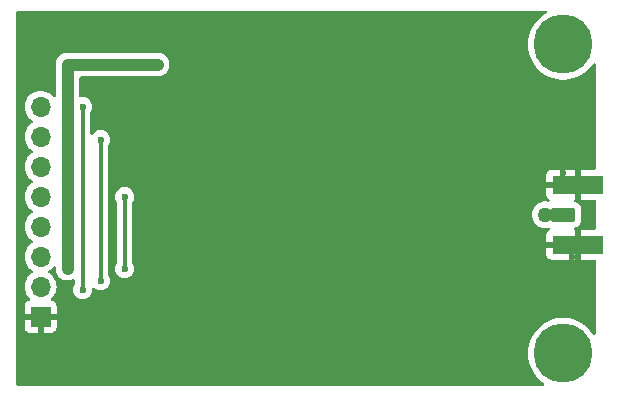
<source format=gbr>
%TF.GenerationSoftware,KiCad,Pcbnew,8.0.2*%
%TF.CreationDate,2024-06-12T11:30:57+02:00*%
%TF.ProjectId,e07-900m10s-breakout,6530372d-3930-4306-9d31-30732d627265,rev?*%
%TF.SameCoordinates,Original*%
%TF.FileFunction,Copper,L2,Bot*%
%TF.FilePolarity,Positive*%
%FSLAX46Y46*%
G04 Gerber Fmt 4.6, Leading zero omitted, Abs format (unit mm)*
G04 Created by KiCad (PCBNEW 8.0.2) date 2024-06-12 11:30:57*
%MOMM*%
%LPD*%
G01*
G04 APERTURE LIST*
G04 Aperture macros list*
%AMRoundRect*
0 Rectangle with rounded corners*
0 $1 Rounding radius*
0 $2 $3 $4 $5 $6 $7 $8 $9 X,Y pos of 4 corners*
0 Add a 4 corners polygon primitive as box body*
4,1,4,$2,$3,$4,$5,$6,$7,$8,$9,$2,$3,0*
0 Add four circle primitives for the rounded corners*
1,1,$1+$1,$2,$3*
1,1,$1+$1,$4,$5*
1,1,$1+$1,$6,$7*
1,1,$1+$1,$8,$9*
0 Add four rect primitives between the rounded corners*
20,1,$1+$1,$2,$3,$4,$5,0*
20,1,$1+$1,$4,$5,$6,$7,0*
20,1,$1+$1,$6,$7,$8,$9,0*
20,1,$1+$1,$8,$9,$2,$3,0*%
G04 Aperture macros list end*
%TA.AperFunction,ComponentPad*%
%ADD10C,0.800000*%
%TD*%
%TA.AperFunction,ComponentPad*%
%ADD11C,5.000000*%
%TD*%
%TA.AperFunction,SMDPad,CuDef*%
%ADD12RoundRect,0.057150X-0.958850X-0.514350X0.958850X-0.514350X0.958850X0.514350X-0.958850X0.514350X0*%
%TD*%
%TA.AperFunction,ComponentPad*%
%ADD13C,1.270000*%
%TD*%
%TA.AperFunction,SMDPad,CuDef*%
%ADD14R,4.318000X1.524000*%
%TD*%
%TA.AperFunction,ComponentPad*%
%ADD15R,1.700000X1.700000*%
%TD*%
%TA.AperFunction,ComponentPad*%
%ADD16O,1.700000X1.700000*%
%TD*%
%TA.AperFunction,ViaPad*%
%ADD17C,0.600000*%
%TD*%
%TA.AperFunction,Conductor*%
%ADD18C,1.000000*%
%TD*%
%TA.AperFunction,Conductor*%
%ADD19C,0.300000*%
%TD*%
G04 APERTURE END LIST*
D10*
%TO.P,H3,1*%
%TO.N,N/C*%
X153120825Y-76763825D03*
X153670000Y-75438000D03*
X153670000Y-78089650D03*
X154995825Y-74888825D03*
D11*
X154995825Y-76763825D03*
D10*
X154995825Y-78638825D03*
X156321650Y-75438000D03*
X156321650Y-78089650D03*
X156870825Y-76763825D03*
%TD*%
%TO.P,H4,1*%
%TO.N,N/C*%
X153120825Y-50601825D03*
X153670000Y-49276000D03*
X153670000Y-51927650D03*
X154995825Y-48726825D03*
D11*
X154995825Y-50601825D03*
D10*
X154995825Y-52476825D03*
X156321650Y-49276000D03*
X156321650Y-51927650D03*
X156870825Y-50601825D03*
%TD*%
D12*
%TO.P,J$1,ANT0,ANT*%
%TO.N,/ANTENNA*%
X154970750Y-65024000D03*
D13*
%TO.P,J$1,ANT2,ANT*%
X153479500Y-65024000D03*
D14*
%TO.P,J$1,GND5,GND*%
%TO.N,GND*%
X156210000Y-62484000D03*
%TO.P,J$1,GND6,GND*%
X156210000Y-67564000D03*
%TD*%
D15*
%TO.P,J1,1,Pin_1*%
%TO.N,GND*%
X110744000Y-73660000D03*
D16*
%TO.P,J1,2,Pin_2*%
%TO.N,3V3*%
X110744000Y-71120000D03*
%TO.P,J1,3,Pin_3*%
%TO.N,/MOSI*%
X110744000Y-68580000D03*
%TO.P,J1,4,Pin_4*%
%TO.N,/SCLK*%
X110744000Y-66040000D03*
%TO.P,J1,5,Pin_5*%
%TO.N,/MISO*%
X110744000Y-63500000D03*
%TO.P,J1,6,Pin_6*%
%TO.N,/CSN*%
X110744000Y-60960000D03*
%TO.P,J1,7,Pin_7*%
%TO.N,/GDO0*%
X110744000Y-58420000D03*
%TO.P,J1,8,Pin_8*%
%TO.N,/GDO2*%
X110744000Y-55880000D03*
%TD*%
D17*
%TO.N,GND*%
X129794000Y-78486000D03*
X150368000Y-72390000D03*
X154178000Y-70104000D03*
X156210000Y-72136000D03*
X144526000Y-64262000D03*
X144526000Y-74422000D03*
X155702000Y-68580000D03*
X152654000Y-71628000D03*
X146304000Y-62992000D03*
X151638000Y-58674000D03*
X131826000Y-74676000D03*
X154940000Y-61468000D03*
X146304000Y-65532000D03*
X144526000Y-69596000D03*
X110998000Y-77216000D03*
X150622000Y-76200000D03*
X144526000Y-66802000D03*
X147828000Y-55626000D03*
X144526000Y-61468000D03*
X153416000Y-59944000D03*
X146304000Y-68326000D03*
X139192000Y-55118000D03*
X150368000Y-58674000D03*
X146304000Y-70866000D03*
X146304000Y-60198000D03*
X155702000Y-57912000D03*
X151638000Y-56134000D03*
X144272000Y-55626000D03*
X120142000Y-78486000D03*
X145542000Y-77724000D03*
X131826000Y-55118000D03*
%TO.N,3V3*%
X113030000Y-69596000D03*
X120650000Y-52324000D03*
%TO.N,/MISO*%
X117856000Y-69596000D03*
X117856000Y-63500000D03*
%TO.N,/GDO0*%
X115824000Y-70612000D03*
X115824000Y-58674000D03*
%TO.N,/GDO2*%
X114300000Y-55880000D03*
X114300000Y-71374000D03*
%TD*%
D18*
%TO.N,3V3*%
X113030000Y-52324000D02*
X120650000Y-52324000D01*
X113030000Y-69596000D02*
X113030000Y-52324000D01*
D19*
%TO.N,/MISO*%
X117856000Y-69596000D02*
X117856000Y-63500000D01*
%TO.N,/GDO0*%
X115824000Y-70612000D02*
X115824000Y-58674000D01*
%TO.N,/GDO2*%
X114300000Y-71374000D02*
X114300000Y-55880000D01*
%TD*%
%TA.AperFunction,Conductor*%
%TO.N,GND*%
G36*
X153543450Y-47764185D02*
G01*
X153589205Y-47816989D01*
X153599149Y-47886147D01*
X153570124Y-47949703D01*
X153532063Y-47979310D01*
X153493025Y-47998915D01*
X153201019Y-48190971D01*
X153201011Y-48190977D01*
X152933267Y-48415642D01*
X152933265Y-48415644D01*
X152693414Y-48669869D01*
X152693409Y-48669875D01*
X152484695Y-48950227D01*
X152309938Y-49252916D01*
X152309932Y-49252929D01*
X152171499Y-49573852D01*
X152071255Y-49908690D01*
X152071253Y-49908697D01*
X152010564Y-50252886D01*
X152010563Y-50252897D01*
X151990240Y-50601821D01*
X151990240Y-50601828D01*
X152010563Y-50950752D01*
X152010564Y-50950763D01*
X152071253Y-51294952D01*
X152071255Y-51294959D01*
X152171499Y-51629797D01*
X152309932Y-51950720D01*
X152309938Y-51950733D01*
X152484695Y-52253422D01*
X152693409Y-52533774D01*
X152693414Y-52533780D01*
X152817288Y-52665078D01*
X152933267Y-52788008D01*
X153109728Y-52936076D01*
X153201011Y-53012672D01*
X153201019Y-53012678D01*
X153493028Y-53204736D01*
X153493032Y-53204738D01*
X153805374Y-53361602D01*
X154133814Y-53481144D01*
X154473911Y-53561748D01*
X154821066Y-53602325D01*
X154821073Y-53602325D01*
X155170577Y-53602325D01*
X155170584Y-53602325D01*
X155517739Y-53561748D01*
X155857836Y-53481144D01*
X156186276Y-53361602D01*
X156498618Y-53204738D01*
X156790636Y-53012674D01*
X157058383Y-52788008D01*
X157298237Y-52533778D01*
X157506955Y-52253421D01*
X157510111Y-52247953D01*
X157560677Y-52199737D01*
X157629283Y-52186512D01*
X157694149Y-52212478D01*
X157734679Y-52269391D01*
X157741500Y-52309951D01*
X157741500Y-61098000D01*
X157721815Y-61165039D01*
X157669011Y-61210794D01*
X157617500Y-61222000D01*
X156460000Y-61222000D01*
X156460000Y-63746000D01*
X157617500Y-63746000D01*
X157684539Y-63765685D01*
X157730294Y-63818489D01*
X157741500Y-63870000D01*
X157741500Y-66178000D01*
X157721815Y-66245039D01*
X157669011Y-66290794D01*
X157617500Y-66302000D01*
X156460000Y-66302000D01*
X156460000Y-68826000D01*
X157617500Y-68826000D01*
X157684539Y-68845685D01*
X157730294Y-68898489D01*
X157741500Y-68950000D01*
X157741500Y-75055698D01*
X157721815Y-75122737D01*
X157669011Y-75168492D01*
X157599853Y-75178436D01*
X157536297Y-75149411D01*
X157510114Y-75117700D01*
X157506953Y-75112226D01*
X157298240Y-74831875D01*
X157298235Y-74831869D01*
X157182258Y-74708942D01*
X157058383Y-74577642D01*
X156910313Y-74453397D01*
X156790638Y-74352977D01*
X156790630Y-74352971D01*
X156498621Y-74160913D01*
X156186283Y-74004051D01*
X156186277Y-74004048D01*
X155857837Y-73884506D01*
X155857834Y-73884505D01*
X155517740Y-73803902D01*
X155474344Y-73798829D01*
X155170584Y-73763325D01*
X154821066Y-73763325D01*
X154517305Y-73798829D01*
X154473910Y-73803902D01*
X154473908Y-73803902D01*
X154133815Y-73884505D01*
X154133812Y-73884506D01*
X153805372Y-74004048D01*
X153805366Y-74004051D01*
X153493028Y-74160913D01*
X153201019Y-74352971D01*
X153201011Y-74352977D01*
X152933267Y-74577642D01*
X152933265Y-74577644D01*
X152693414Y-74831869D01*
X152693409Y-74831875D01*
X152484695Y-75112227D01*
X152309938Y-75414916D01*
X152309932Y-75414929D01*
X152171499Y-75735852D01*
X152071255Y-76070690D01*
X152071253Y-76070697D01*
X152010564Y-76414886D01*
X152010563Y-76414897D01*
X151990240Y-76763821D01*
X151990240Y-76763828D01*
X152010563Y-77112752D01*
X152010564Y-77112763D01*
X152071253Y-77456952D01*
X152071255Y-77456959D01*
X152171499Y-77791797D01*
X152309932Y-78112720D01*
X152309938Y-78112733D01*
X152484695Y-78415422D01*
X152693409Y-78695774D01*
X152693414Y-78695780D01*
X152817288Y-78827078D01*
X152933267Y-78950008D01*
X153109728Y-79098076D01*
X153201011Y-79174672D01*
X153201019Y-79174678D01*
X153364041Y-79281900D01*
X153409235Y-79335185D01*
X153418446Y-79404445D01*
X153388751Y-79467690D01*
X153329576Y-79504840D01*
X153295902Y-79509500D01*
X108828500Y-79509500D01*
X108761461Y-79489815D01*
X108715706Y-79437011D01*
X108704500Y-79385500D01*
X108704500Y-55879999D01*
X109388341Y-55879999D01*
X109388341Y-55880000D01*
X109408936Y-56115403D01*
X109408938Y-56115413D01*
X109470094Y-56343655D01*
X109470096Y-56343659D01*
X109470097Y-56343663D01*
X109472746Y-56349343D01*
X109569965Y-56557830D01*
X109569967Y-56557834D01*
X109670564Y-56701500D01*
X109705501Y-56751396D01*
X109705506Y-56751402D01*
X109872597Y-56918493D01*
X109872603Y-56918498D01*
X110058158Y-57048425D01*
X110101783Y-57103002D01*
X110108977Y-57172500D01*
X110077454Y-57234855D01*
X110058158Y-57251575D01*
X109872597Y-57381505D01*
X109705505Y-57548597D01*
X109569965Y-57742169D01*
X109569964Y-57742171D01*
X109470098Y-57956335D01*
X109470094Y-57956344D01*
X109408938Y-58184586D01*
X109408936Y-58184596D01*
X109388341Y-58419999D01*
X109388341Y-58420000D01*
X109408936Y-58655403D01*
X109408938Y-58655413D01*
X109470094Y-58883655D01*
X109470096Y-58883659D01*
X109470097Y-58883663D01*
X109569965Y-59097830D01*
X109569967Y-59097834D01*
X109670564Y-59241500D01*
X109705501Y-59291396D01*
X109705506Y-59291402D01*
X109872597Y-59458493D01*
X109872603Y-59458498D01*
X110058158Y-59588425D01*
X110101783Y-59643002D01*
X110108977Y-59712500D01*
X110077454Y-59774855D01*
X110058158Y-59791575D01*
X109872597Y-59921505D01*
X109705505Y-60088597D01*
X109569965Y-60282169D01*
X109569964Y-60282171D01*
X109470098Y-60496335D01*
X109470094Y-60496344D01*
X109408938Y-60724586D01*
X109408936Y-60724596D01*
X109388341Y-60959999D01*
X109388341Y-60960000D01*
X109408936Y-61195403D01*
X109408938Y-61195413D01*
X109470094Y-61423655D01*
X109470096Y-61423659D01*
X109470097Y-61423663D01*
X109496324Y-61479906D01*
X109569965Y-61637830D01*
X109569967Y-61637834D01*
X109670564Y-61781500D01*
X109705501Y-61831396D01*
X109705506Y-61831402D01*
X109872597Y-61998493D01*
X109872603Y-61998498D01*
X110058158Y-62128425D01*
X110101783Y-62183002D01*
X110108977Y-62252500D01*
X110077454Y-62314855D01*
X110058158Y-62331575D01*
X109872597Y-62461505D01*
X109705505Y-62628597D01*
X109569965Y-62822169D01*
X109569964Y-62822171D01*
X109470098Y-63036335D01*
X109470094Y-63036344D01*
X109408938Y-63264586D01*
X109408936Y-63264596D01*
X109388341Y-63499999D01*
X109388341Y-63500000D01*
X109408936Y-63735403D01*
X109408938Y-63735413D01*
X109470094Y-63963655D01*
X109470096Y-63963659D01*
X109470097Y-63963663D01*
X109495901Y-64018999D01*
X109569965Y-64177830D01*
X109569967Y-64177834D01*
X109670564Y-64321500D01*
X109705501Y-64371396D01*
X109705506Y-64371402D01*
X109872597Y-64538493D01*
X109872603Y-64538498D01*
X110058158Y-64668425D01*
X110101783Y-64723002D01*
X110108977Y-64792500D01*
X110077454Y-64854855D01*
X110058158Y-64871575D01*
X109872597Y-65001505D01*
X109705505Y-65168597D01*
X109569965Y-65362169D01*
X109569964Y-65362171D01*
X109470098Y-65576335D01*
X109470094Y-65576344D01*
X109408938Y-65804586D01*
X109408936Y-65804596D01*
X109388341Y-66039999D01*
X109388341Y-66040000D01*
X109408936Y-66275403D01*
X109408938Y-66275413D01*
X109470094Y-66503655D01*
X109470096Y-66503659D01*
X109470097Y-66503663D01*
X109496324Y-66559906D01*
X109569965Y-66717830D01*
X109569967Y-66717834D01*
X109670564Y-66861500D01*
X109705501Y-66911396D01*
X109705506Y-66911402D01*
X109872597Y-67078493D01*
X109872603Y-67078498D01*
X110058158Y-67208425D01*
X110101783Y-67263002D01*
X110108977Y-67332500D01*
X110077454Y-67394855D01*
X110058158Y-67411575D01*
X109872597Y-67541505D01*
X109705505Y-67708597D01*
X109569965Y-67902169D01*
X109569964Y-67902171D01*
X109470098Y-68116335D01*
X109470094Y-68116344D01*
X109408938Y-68344586D01*
X109408936Y-68344596D01*
X109388341Y-68579999D01*
X109388341Y-68580000D01*
X109408936Y-68815403D01*
X109408938Y-68815413D01*
X109470094Y-69043655D01*
X109470096Y-69043659D01*
X109470097Y-69043663D01*
X109522902Y-69156903D01*
X109569965Y-69257830D01*
X109569967Y-69257834D01*
X109670564Y-69401500D01*
X109705501Y-69451396D01*
X109705506Y-69451402D01*
X109872597Y-69618493D01*
X109872603Y-69618498D01*
X110058158Y-69748425D01*
X110101783Y-69803002D01*
X110108977Y-69872500D01*
X110077454Y-69934855D01*
X110058158Y-69951575D01*
X109872597Y-70081505D01*
X109705505Y-70248597D01*
X109569965Y-70442169D01*
X109569964Y-70442171D01*
X109470098Y-70656335D01*
X109470094Y-70656344D01*
X109408938Y-70884586D01*
X109408936Y-70884596D01*
X109388341Y-71119999D01*
X109388341Y-71120000D01*
X109408936Y-71355403D01*
X109408938Y-71355413D01*
X109470094Y-71583655D01*
X109470096Y-71583659D01*
X109470097Y-71583663D01*
X109535315Y-71723522D01*
X109569965Y-71797830D01*
X109569967Y-71797834D01*
X109678281Y-71952521D01*
X109705501Y-71991396D01*
X109705506Y-71991402D01*
X109827818Y-72113714D01*
X109861303Y-72175037D01*
X109856319Y-72244729D01*
X109814447Y-72300662D01*
X109783471Y-72317577D01*
X109651912Y-72366646D01*
X109651906Y-72366649D01*
X109536812Y-72452809D01*
X109536809Y-72452812D01*
X109450649Y-72567906D01*
X109450645Y-72567913D01*
X109400403Y-72702620D01*
X109400401Y-72702627D01*
X109394000Y-72762155D01*
X109394000Y-73410000D01*
X110310988Y-73410000D01*
X110278075Y-73467007D01*
X110244000Y-73594174D01*
X110244000Y-73725826D01*
X110278075Y-73852993D01*
X110310988Y-73910000D01*
X109394000Y-73910000D01*
X109394000Y-74557844D01*
X109400401Y-74617372D01*
X109400403Y-74617379D01*
X109450645Y-74752086D01*
X109450649Y-74752093D01*
X109536809Y-74867187D01*
X109536812Y-74867190D01*
X109651906Y-74953350D01*
X109651913Y-74953354D01*
X109786620Y-75003596D01*
X109786627Y-75003598D01*
X109846155Y-75009999D01*
X109846172Y-75010000D01*
X110494000Y-75010000D01*
X110494000Y-74093012D01*
X110551007Y-74125925D01*
X110678174Y-74160000D01*
X110809826Y-74160000D01*
X110936993Y-74125925D01*
X110994000Y-74093012D01*
X110994000Y-75010000D01*
X111641828Y-75010000D01*
X111641844Y-75009999D01*
X111701372Y-75003598D01*
X111701379Y-75003596D01*
X111836086Y-74953354D01*
X111836093Y-74953350D01*
X111951187Y-74867190D01*
X111951190Y-74867187D01*
X112037350Y-74752093D01*
X112037354Y-74752086D01*
X112087596Y-74617379D01*
X112087598Y-74617372D01*
X112093999Y-74557844D01*
X112094000Y-74557827D01*
X112094000Y-73910000D01*
X111177012Y-73910000D01*
X111209925Y-73852993D01*
X111244000Y-73725826D01*
X111244000Y-73594174D01*
X111209925Y-73467007D01*
X111177012Y-73410000D01*
X112094000Y-73410000D01*
X112094000Y-72762172D01*
X112093999Y-72762155D01*
X112087598Y-72702627D01*
X112087596Y-72702620D01*
X112037354Y-72567913D01*
X112037350Y-72567906D01*
X111951190Y-72452812D01*
X111951187Y-72452809D01*
X111836093Y-72366649D01*
X111836088Y-72366646D01*
X111704528Y-72317577D01*
X111648595Y-72275705D01*
X111624178Y-72210241D01*
X111639030Y-72141968D01*
X111660175Y-72113720D01*
X111782495Y-71991401D01*
X111918035Y-71797830D01*
X112017903Y-71583663D01*
X112079063Y-71355408D01*
X112099659Y-71120000D01*
X112079063Y-70884592D01*
X112017903Y-70656337D01*
X111918035Y-70442171D01*
X111911439Y-70432750D01*
X111782494Y-70248597D01*
X111615402Y-70081506D01*
X111615396Y-70081501D01*
X111429842Y-69951575D01*
X111386217Y-69896998D01*
X111379023Y-69827500D01*
X111410546Y-69765145D01*
X111429842Y-69748425D01*
X111506796Y-69694541D01*
X111615401Y-69618495D01*
X111782495Y-69451401D01*
X111803925Y-69420796D01*
X111858501Y-69377171D01*
X111928000Y-69369977D01*
X111990355Y-69401500D01*
X112025769Y-69461729D01*
X112029500Y-69491919D01*
X112029500Y-69694541D01*
X112029500Y-69694543D01*
X112029499Y-69694543D01*
X112067947Y-69887829D01*
X112067950Y-69887839D01*
X112143364Y-70069907D01*
X112143371Y-70069920D01*
X112252860Y-70233781D01*
X112252863Y-70233785D01*
X112392214Y-70373136D01*
X112392218Y-70373139D01*
X112556079Y-70482628D01*
X112556092Y-70482635D01*
X112639425Y-70517152D01*
X112738165Y-70558051D01*
X112738169Y-70558051D01*
X112738170Y-70558052D01*
X112931456Y-70596500D01*
X112931459Y-70596500D01*
X113128543Y-70596500D01*
X113258582Y-70570632D01*
X113321835Y-70558051D01*
X113478048Y-70493345D01*
X113547517Y-70485877D01*
X113609996Y-70517152D01*
X113645648Y-70577241D01*
X113649500Y-70607907D01*
X113649500Y-70868931D01*
X113630494Y-70934903D01*
X113574211Y-71024477D01*
X113574209Y-71024481D01*
X113514633Y-71194737D01*
X113514630Y-71194750D01*
X113494435Y-71373996D01*
X113494435Y-71374003D01*
X113514630Y-71553249D01*
X113514631Y-71553254D01*
X113574211Y-71723523D01*
X113620902Y-71797830D01*
X113670184Y-71876262D01*
X113797738Y-72003816D01*
X113950478Y-72099789D01*
X114071019Y-72141968D01*
X114120745Y-72159368D01*
X114120750Y-72159369D01*
X114299996Y-72179565D01*
X114300000Y-72179565D01*
X114300004Y-72179565D01*
X114479249Y-72159369D01*
X114479252Y-72159368D01*
X114479255Y-72159368D01*
X114649522Y-72099789D01*
X114802262Y-72003816D01*
X114929816Y-71876262D01*
X115025789Y-71723522D01*
X115085368Y-71553255D01*
X115085369Y-71553249D01*
X115105565Y-71374003D01*
X115105565Y-71373996D01*
X115101008Y-71333551D01*
X115113063Y-71264729D01*
X115160412Y-71213350D01*
X115228022Y-71195726D01*
X115294428Y-71217453D01*
X115311909Y-71231987D01*
X115321738Y-71241816D01*
X115474478Y-71337789D01*
X115577952Y-71373996D01*
X115644745Y-71397368D01*
X115644750Y-71397369D01*
X115823996Y-71417565D01*
X115824000Y-71417565D01*
X115824004Y-71417565D01*
X116003249Y-71397369D01*
X116003252Y-71397368D01*
X116003255Y-71397368D01*
X116173522Y-71337789D01*
X116326262Y-71241816D01*
X116453816Y-71114262D01*
X116549789Y-70961522D01*
X116609368Y-70791255D01*
X116624569Y-70656344D01*
X116629565Y-70612003D01*
X116629565Y-70611996D01*
X116609369Y-70432750D01*
X116609366Y-70432737D01*
X116549790Y-70262481D01*
X116549789Y-70262478D01*
X116526752Y-70225815D01*
X116493506Y-70172903D01*
X116474500Y-70106931D01*
X116474500Y-63499996D01*
X117050435Y-63499996D01*
X117050435Y-63500003D01*
X117070630Y-63679249D01*
X117070631Y-63679254D01*
X117130211Y-63849524D01*
X117186493Y-63939094D01*
X117205500Y-64005067D01*
X117205500Y-69090931D01*
X117186494Y-69156903D01*
X117130211Y-69246477D01*
X117130209Y-69246481D01*
X117070633Y-69416737D01*
X117070630Y-69416750D01*
X117050435Y-69595996D01*
X117050435Y-69596003D01*
X117070630Y-69775249D01*
X117070631Y-69775254D01*
X117130211Y-69945523D01*
X117215652Y-70081501D01*
X117226184Y-70098262D01*
X117353738Y-70225816D01*
X117506478Y-70321789D01*
X117653219Y-70373136D01*
X117676745Y-70381368D01*
X117676750Y-70381369D01*
X117855996Y-70401565D01*
X117856000Y-70401565D01*
X117856004Y-70401565D01*
X118035249Y-70381369D01*
X118035252Y-70381368D01*
X118035255Y-70381368D01*
X118205522Y-70321789D01*
X118358262Y-70225816D01*
X118485816Y-70098262D01*
X118581789Y-69945522D01*
X118641368Y-69775255D01*
X118650462Y-69694543D01*
X118661565Y-69596003D01*
X118661565Y-69595996D01*
X118641369Y-69416750D01*
X118641366Y-69416737D01*
X118581790Y-69246481D01*
X118581789Y-69246478D01*
X118560008Y-69211814D01*
X118525506Y-69156903D01*
X118506500Y-69090931D01*
X118506500Y-68373844D01*
X153551000Y-68373844D01*
X153557401Y-68433372D01*
X153557403Y-68433379D01*
X153607645Y-68568086D01*
X153607649Y-68568093D01*
X153693809Y-68683187D01*
X153693812Y-68683190D01*
X153808906Y-68769350D01*
X153808913Y-68769354D01*
X153943620Y-68819596D01*
X153943627Y-68819598D01*
X154003155Y-68825999D01*
X154003172Y-68826000D01*
X155960000Y-68826000D01*
X155960000Y-67814000D01*
X153551000Y-67814000D01*
X153551000Y-68373844D01*
X118506500Y-68373844D01*
X118506500Y-65023999D01*
X152339135Y-65023999D01*
X152339135Y-65024000D01*
X152358551Y-65233537D01*
X152358551Y-65233539D01*
X152358552Y-65233542D01*
X152395150Y-65362171D01*
X152416142Y-65435950D01*
X152509942Y-65624325D01*
X152636761Y-65792260D01*
X152792276Y-65934030D01*
X152792278Y-65934032D01*
X152971192Y-66044811D01*
X152971198Y-66044814D01*
X153012768Y-66060918D01*
X153167424Y-66120832D01*
X153374280Y-66159500D01*
X153374282Y-66159500D01*
X153584718Y-66159500D01*
X153584720Y-66159500D01*
X153714932Y-66135159D01*
X153784445Y-66142190D01*
X153839124Y-66185688D01*
X153861606Y-66251841D01*
X153844753Y-66319648D01*
X153812027Y-66356314D01*
X153693809Y-66444812D01*
X153607649Y-66559906D01*
X153607645Y-66559913D01*
X153557403Y-66694620D01*
X153557401Y-66694627D01*
X153551000Y-66754155D01*
X153551000Y-67314000D01*
X155960000Y-67314000D01*
X155960000Y-66302000D01*
X155957887Y-66299887D01*
X155924402Y-66238564D01*
X155929386Y-66168872D01*
X155971258Y-66112939D01*
X156030779Y-66089092D01*
X156062873Y-66085238D01*
X156205480Y-66029002D01*
X156327625Y-65936375D01*
X156420252Y-65814230D01*
X156476488Y-65671623D01*
X156487250Y-65582008D01*
X156487250Y-64465992D01*
X156476488Y-64376377D01*
X156420252Y-64233770D01*
X156327625Y-64111625D01*
X156254977Y-64056533D01*
X156205482Y-64018999D01*
X156205480Y-64018998D01*
X156165380Y-64003185D01*
X156062873Y-63962762D01*
X156048256Y-63961006D01*
X156030782Y-63958908D01*
X155966568Y-63931370D01*
X155927436Y-63873487D01*
X155925810Y-63803636D01*
X155957888Y-63748111D01*
X155960000Y-63745999D01*
X155960000Y-62734000D01*
X153551000Y-62734000D01*
X153551000Y-63293844D01*
X153557401Y-63353372D01*
X153557403Y-63353379D01*
X153607645Y-63488086D01*
X153607649Y-63488093D01*
X153693809Y-63603186D01*
X153812026Y-63691684D01*
X153853897Y-63747618D01*
X153858881Y-63817310D01*
X153825396Y-63878633D01*
X153764072Y-63912117D01*
X153714931Y-63912840D01*
X153615689Y-63894289D01*
X153584720Y-63888500D01*
X153374280Y-63888500D01*
X153167424Y-63927168D01*
X153167421Y-63927168D01*
X153167421Y-63927169D01*
X152971198Y-64003185D01*
X152971192Y-64003188D01*
X152792278Y-64113967D01*
X152792276Y-64113969D01*
X152636761Y-64255739D01*
X152509942Y-64423674D01*
X152416142Y-64612049D01*
X152358551Y-64814462D01*
X152339135Y-65023999D01*
X118506500Y-65023999D01*
X118506500Y-64005067D01*
X118525507Y-63939094D01*
X118581788Y-63849524D01*
X118617274Y-63748111D01*
X118641368Y-63679255D01*
X118661565Y-63500000D01*
X118660223Y-63488093D01*
X118641369Y-63320750D01*
X118641368Y-63320745D01*
X118581788Y-63150476D01*
X118485815Y-62997737D01*
X118358262Y-62870184D01*
X118205523Y-62774211D01*
X118035254Y-62714631D01*
X118035249Y-62714630D01*
X117856004Y-62694435D01*
X117855996Y-62694435D01*
X117676750Y-62714630D01*
X117676745Y-62714631D01*
X117506476Y-62774211D01*
X117353737Y-62870184D01*
X117226184Y-62997737D01*
X117130211Y-63150476D01*
X117070631Y-63320745D01*
X117070630Y-63320750D01*
X117050435Y-63499996D01*
X116474500Y-63499996D01*
X116474500Y-61674155D01*
X153551000Y-61674155D01*
X153551000Y-62234000D01*
X155960000Y-62234000D01*
X155960000Y-61222000D01*
X154003155Y-61222000D01*
X153943627Y-61228401D01*
X153943620Y-61228403D01*
X153808913Y-61278645D01*
X153808906Y-61278649D01*
X153693812Y-61364809D01*
X153693809Y-61364812D01*
X153607649Y-61479906D01*
X153607645Y-61479913D01*
X153557403Y-61614620D01*
X153557401Y-61614627D01*
X153551000Y-61674155D01*
X116474500Y-61674155D01*
X116474500Y-59179067D01*
X116493507Y-59113094D01*
X116549788Y-59023524D01*
X116598727Y-58883664D01*
X116609368Y-58853255D01*
X116629565Y-58674000D01*
X116627470Y-58655408D01*
X116609369Y-58494750D01*
X116609368Y-58494745D01*
X116549789Y-58324478D01*
X116453816Y-58171738D01*
X116326262Y-58044184D01*
X116186466Y-57956344D01*
X116173523Y-57948211D01*
X116003254Y-57888631D01*
X116003249Y-57888630D01*
X115824004Y-57868435D01*
X115823996Y-57868435D01*
X115644750Y-57888630D01*
X115644745Y-57888631D01*
X115474476Y-57948211D01*
X115321737Y-58044184D01*
X115194182Y-58171739D01*
X115179493Y-58195118D01*
X115127158Y-58241408D01*
X115058105Y-58252056D01*
X114994257Y-58223681D01*
X114955885Y-58165291D01*
X114950500Y-58129145D01*
X114950500Y-56385067D01*
X114969507Y-56319094D01*
X115025788Y-56229524D01*
X115085368Y-56059254D01*
X115085369Y-56059249D01*
X115105565Y-55880003D01*
X115105565Y-55879996D01*
X115085369Y-55700750D01*
X115085368Y-55700745D01*
X115025788Y-55530476D01*
X114929815Y-55377737D01*
X114802262Y-55250184D01*
X114649523Y-55154211D01*
X114479254Y-55094631D01*
X114479249Y-55094630D01*
X114300004Y-55074435D01*
X114299995Y-55074435D01*
X114168382Y-55089263D01*
X114099561Y-55077208D01*
X114048182Y-55029859D01*
X114030500Y-54966043D01*
X114030500Y-53448500D01*
X114050185Y-53381461D01*
X114102989Y-53335706D01*
X114154500Y-53324500D01*
X120748543Y-53324500D01*
X120878582Y-53298632D01*
X120941835Y-53286051D01*
X121123914Y-53210632D01*
X121287782Y-53101139D01*
X121427139Y-52961782D01*
X121536632Y-52797914D01*
X121612051Y-52615835D01*
X121650500Y-52422541D01*
X121650500Y-52225459D01*
X121650500Y-52225456D01*
X121612052Y-52032170D01*
X121612051Y-52032169D01*
X121612051Y-52032165D01*
X121578321Y-51950733D01*
X121536635Y-51850092D01*
X121536628Y-51850079D01*
X121427139Y-51686218D01*
X121427136Y-51686214D01*
X121287785Y-51546863D01*
X121287781Y-51546860D01*
X121123920Y-51437371D01*
X121123907Y-51437364D01*
X120941839Y-51361950D01*
X120941829Y-51361947D01*
X120748543Y-51323500D01*
X120748541Y-51323500D01*
X113128541Y-51323500D01*
X112931459Y-51323500D01*
X112931457Y-51323500D01*
X112738170Y-51361947D01*
X112738160Y-51361950D01*
X112556092Y-51437364D01*
X112556079Y-51437371D01*
X112392218Y-51546860D01*
X112392214Y-51546863D01*
X112252863Y-51686214D01*
X112252860Y-51686218D01*
X112143371Y-51850079D01*
X112143364Y-51850092D01*
X112067950Y-52032160D01*
X112067947Y-52032170D01*
X112029500Y-52225456D01*
X112029500Y-54968080D01*
X112009815Y-55035119D01*
X111957011Y-55080874D01*
X111887853Y-55090818D01*
X111824297Y-55061793D01*
X111803926Y-55039204D01*
X111782495Y-55008598D01*
X111615402Y-54841506D01*
X111615395Y-54841501D01*
X111421834Y-54705967D01*
X111421830Y-54705965D01*
X111421828Y-54705964D01*
X111207663Y-54606097D01*
X111207659Y-54606096D01*
X111207655Y-54606094D01*
X110979413Y-54544938D01*
X110979403Y-54544936D01*
X110744001Y-54524341D01*
X110743999Y-54524341D01*
X110508596Y-54544936D01*
X110508586Y-54544938D01*
X110280344Y-54606094D01*
X110280335Y-54606098D01*
X110066171Y-54705964D01*
X110066169Y-54705965D01*
X109872597Y-54841505D01*
X109705505Y-55008597D01*
X109569965Y-55202169D01*
X109569964Y-55202171D01*
X109470098Y-55416335D01*
X109470094Y-55416344D01*
X109408938Y-55644586D01*
X109408936Y-55644596D01*
X109388341Y-55879999D01*
X108704500Y-55879999D01*
X108704500Y-47868500D01*
X108724185Y-47801461D01*
X108776989Y-47755706D01*
X108828500Y-47744500D01*
X153476411Y-47744500D01*
X153543450Y-47764185D01*
G37*
%TD.AperFunction*%
%TD*%
M02*

</source>
